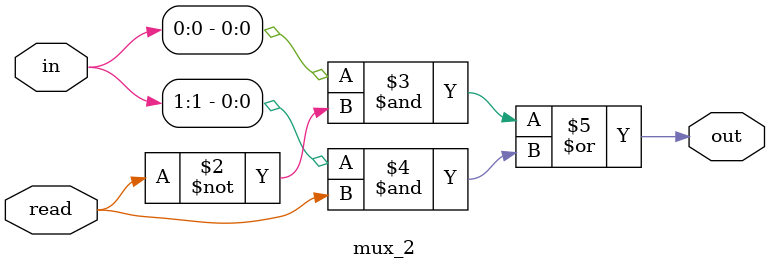
<source format=sv>
module mux_32 (in, read, out);
	input logic [4:0] read;
	input logic [31:0] in;
	output logic out;
	
	logic [1:0] temp;
	
	mux_16 muxNumber1 (.in(in[0:15]), .read(read[0:3]), .out(temp[0]));
	mux_16 muxNumber2 (.in(in[16:31]), .read(read[0:3]), .out(temp[1]));
	mux_2 muxFinal (.in(temp), .read(read[4]), .out);
	
endmodule

module mux_16(in, read, out);
	input logic [3:0] read;
	input logic [15:0] in;
	output logic out;
	
	logic [1:0] temp;
	
	mux_8 muxNumber1 (.in(in[0:7]), .read(read[0:2]), .out(temp[0]));
	mux_8 muxNumber2 (.in(in[8:15]), .read(read[0:2]), .out(temp[1]));
	mux_2 muxFinal (.in(temp), .read(read[3]), .out);
	
	
endmodule

module mux_8(in, read, out);
	input logic [2:0] read;
	input logic [7:0] in;
	output logic out;
	
	logic [1:0] temp;
	
	mux_4 muxNumber1 (.in(in[0:3]), .read(read[0:1]), .out(temp[0]));
	mux_4 muxNumber2 (.in(in[4:7]), .read(read[0:1]), .out(temp[1]));
	mux_2 muxFinal (.in(temp), .read(read[2]), .out);
	
	
endmodule


module mux_4(in, read, out);
	input logic [1:0] read;
	input logic [3:0] in;
	output logic out;
	
	logic [1:0] temp;
	
	mux_2 muxNumber1 (.in(in[0:1]), .read(read[0]), .out(temp[0]));
	mux_2 muxNumber2 (.in(in[2:3]), .read(read[0]), .out(temp[1]));
	mux_2 muxFinal (.in(temp), .read(read[1]), .out);
	
	
endmodule
	
	
module mux_2 (in, read, out);
	input logic read;
	input logic [1:0] in;
	output logic out;
	
	always_comb begin
		out = (in[0] & ~read) | (in[1] & read);
	end
	
endmodule
	
	
</source>
